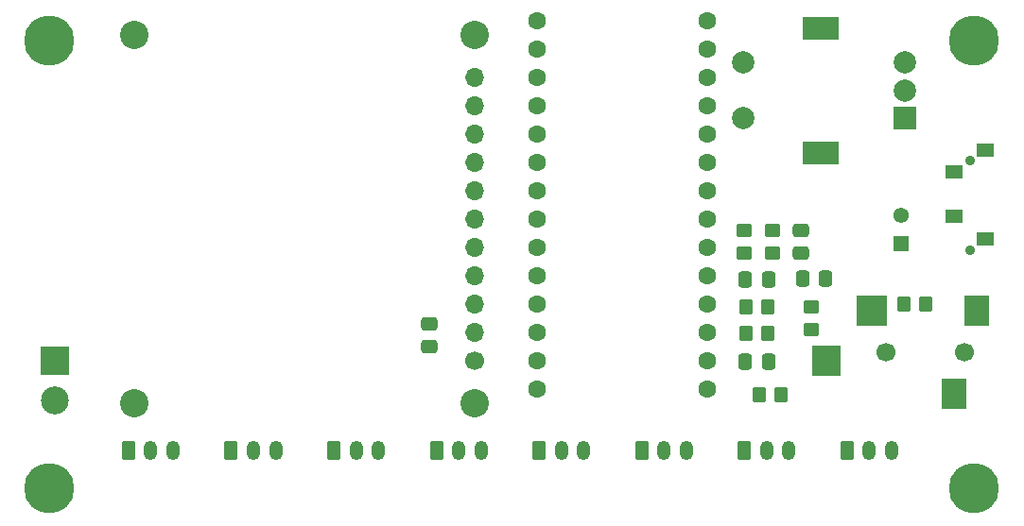
<source format=gts>
%TF.GenerationSoftware,KiCad,Pcbnew,(6.0.9)*%
%TF.CreationDate,2022-12-29T20:38:24-05:00*%
%TF.ProjectId,led_controller,6c65645f-636f-46e7-9472-6f6c6c65722e,rev?*%
%TF.SameCoordinates,Original*%
%TF.FileFunction,Soldermask,Top*%
%TF.FilePolarity,Negative*%
%FSLAX46Y46*%
G04 Gerber Fmt 4.6, Leading zero omitted, Abs format (unit mm)*
G04 Created by KiCad (PCBNEW (6.0.9)) date 2022-12-29 20:38:24*
%MOMM*%
%LPD*%
G01*
G04 APERTURE LIST*
G04 Aperture macros list*
%AMRoundRect*
0 Rectangle with rounded corners*
0 $1 Rounding radius*
0 $2 $3 $4 $5 $6 $7 $8 $9 X,Y pos of 4 corners*
0 Add a 4 corners polygon primitive as box body*
4,1,4,$2,$3,$4,$5,$6,$7,$8,$9,$2,$3,0*
0 Add four circle primitives for the rounded corners*
1,1,$1+$1,$2,$3*
1,1,$1+$1,$4,$5*
1,1,$1+$1,$6,$7*
1,1,$1+$1,$8,$9*
0 Add four rect primitives between the rounded corners*
20,1,$1+$1,$2,$3,$4,$5,0*
20,1,$1+$1,$4,$5,$6,$7,0*
20,1,$1+$1,$6,$7,$8,$9,0*
20,1,$1+$1,$8,$9,$2,$3,0*%
G04 Aperture macros list end*
%ADD10R,1.600200X1.193800*%
%ADD11C,0.889000*%
%ADD12RoundRect,0.250000X0.450000X-0.350000X0.450000X0.350000X-0.450000X0.350000X-0.450000X-0.350000X0*%
%ADD13RoundRect,0.250000X-0.350000X-0.625000X0.350000X-0.625000X0.350000X0.625000X-0.350000X0.625000X0*%
%ADD14O,1.200000X1.750000*%
%ADD15RoundRect,0.250000X-0.350000X-0.450000X0.350000X-0.450000X0.350000X0.450000X-0.350000X0.450000X0*%
%ADD16R,2.500000X2.500000*%
%ADD17C,2.500000*%
%ADD18RoundRect,0.250000X0.475000X-0.337500X0.475000X0.337500X-0.475000X0.337500X-0.475000X-0.337500X0*%
%ADD19RoundRect,0.250000X0.350000X0.450000X-0.350000X0.450000X-0.350000X-0.450000X0.350000X-0.450000X0*%
%ADD20C,4.500000*%
%ADD21RoundRect,0.250000X-0.337500X-0.475000X0.337500X-0.475000X0.337500X0.475000X-0.337500X0.475000X0*%
%ADD22C,2.540000*%
%ADD23C,1.700000*%
%ADD24O,1.700000X1.700000*%
%ADD25RoundRect,0.250000X-0.450000X0.350000X-0.450000X-0.350000X0.450000X-0.350000X0.450000X0.350000X0*%
%ADD26R,2.000000X2.000000*%
%ADD27C,2.000000*%
%ADD28R,3.200000X2.000000*%
%ADD29C,1.600000*%
%ADD30R,1.378000X1.378000*%
%ADD31C,1.378000*%
%ADD32R,2.200000X2.800000*%
%ADD33R,2.800000X2.800000*%
%ADD34R,2.600000X2.800000*%
G04 APERTURE END LIST*
D10*
X177041000Y-99945486D03*
X174241003Y-101945491D03*
X174241000Y-105945487D03*
X177041000Y-107945486D03*
D11*
X175641000Y-100945487D03*
X175641000Y-108945486D03*
D12*
X161394500Y-116062000D03*
X161394500Y-114062000D03*
D13*
X127858810Y-126926000D03*
D14*
X129858810Y-126926000D03*
X131858810Y-126926000D03*
D15*
X169688000Y-113792000D03*
X171688000Y-113792000D03*
D16*
X93730000Y-118900000D03*
D17*
X93730000Y-122400000D03*
D13*
X100284922Y-126926000D03*
D14*
X102284922Y-126926000D03*
X104284922Y-126926000D03*
D18*
X127254000Y-117623500D03*
X127254000Y-115548500D03*
D19*
X157568500Y-114046000D03*
X155568500Y-114046000D03*
D20*
X176022000Y-90170000D03*
D13*
X164624000Y-126926000D03*
D14*
X166624000Y-126926000D03*
X168624000Y-126926000D03*
D20*
X93218000Y-130302000D03*
D21*
X155531000Y-111618000D03*
X157606000Y-111618000D03*
D22*
X131318000Y-89662000D03*
X131318000Y-122682000D03*
X100838000Y-122682000D03*
X100838000Y-89662000D03*
D23*
X131318000Y-118872000D03*
D24*
X131318000Y-116332000D03*
X131318000Y-113792000D03*
X131318000Y-111252000D03*
X131318000Y-108712000D03*
X131318000Y-106172000D03*
X131318000Y-103632000D03*
X131318000Y-101092000D03*
X131318000Y-98552000D03*
X131318000Y-96012000D03*
X131318000Y-93472000D03*
D20*
X93218000Y-90170000D03*
D13*
X137050106Y-126926000D03*
D14*
X139050106Y-126926000D03*
X141050106Y-126926000D03*
D25*
X155448000Y-107204000D03*
X155448000Y-109204000D03*
D13*
X146241402Y-126926000D03*
D14*
X148241402Y-126926000D03*
X150241402Y-126926000D03*
D13*
X109476218Y-126926000D03*
D14*
X111476218Y-126926000D03*
X113476218Y-126926000D03*
D21*
X155531000Y-118984000D03*
X157606000Y-118984000D03*
D26*
X169810000Y-97115000D03*
D27*
X169810000Y-92115000D03*
X169810000Y-94615000D03*
D28*
X162310000Y-100215000D03*
X162310000Y-89015000D03*
D27*
X155310000Y-92115000D03*
X155310000Y-97115000D03*
D29*
X136906000Y-88392000D03*
X136906000Y-90932000D03*
X136906000Y-93472000D03*
X136906000Y-96012000D03*
X136906000Y-98552000D03*
X136906000Y-101092000D03*
X136906000Y-103632000D03*
X136906000Y-106172000D03*
X136906000Y-108712000D03*
X136906000Y-111252000D03*
X136906000Y-113792000D03*
X136906000Y-116332000D03*
X136906000Y-118872000D03*
X136906000Y-121412000D03*
X152146000Y-121412000D03*
X152146000Y-118872000D03*
X152146000Y-116332000D03*
X152146000Y-113792000D03*
X152146000Y-111252000D03*
X152146000Y-108712000D03*
X152146000Y-106172000D03*
X152146000Y-103632000D03*
X152146000Y-101092000D03*
X152146000Y-98552000D03*
X152146000Y-96012000D03*
X152146000Y-93472000D03*
X152146000Y-90932000D03*
X152146000Y-88392000D03*
D30*
X169513000Y-108331000D03*
D31*
X169513000Y-105791000D03*
D18*
X160528000Y-109241500D03*
X160528000Y-107166500D03*
D21*
X160633500Y-111506000D03*
X162708500Y-111506000D03*
D15*
X155568500Y-116444000D03*
X157568500Y-116444000D03*
D13*
X118667514Y-126926000D03*
D14*
X120667514Y-126926000D03*
X122667514Y-126926000D03*
D20*
X176022000Y-130302000D03*
D19*
X158734000Y-121920000D03*
X156734000Y-121920000D03*
D23*
X175112500Y-118110000D03*
X168112500Y-118110000D03*
D32*
X176212500Y-114410000D03*
D33*
X166812500Y-114410000D03*
D32*
X174212500Y-121810000D03*
D34*
X162812500Y-118860000D03*
D12*
X157973000Y-109204000D03*
X157973000Y-107204000D03*
D13*
X155432698Y-126926000D03*
D14*
X157432698Y-126926000D03*
X159432698Y-126926000D03*
M02*

</source>
